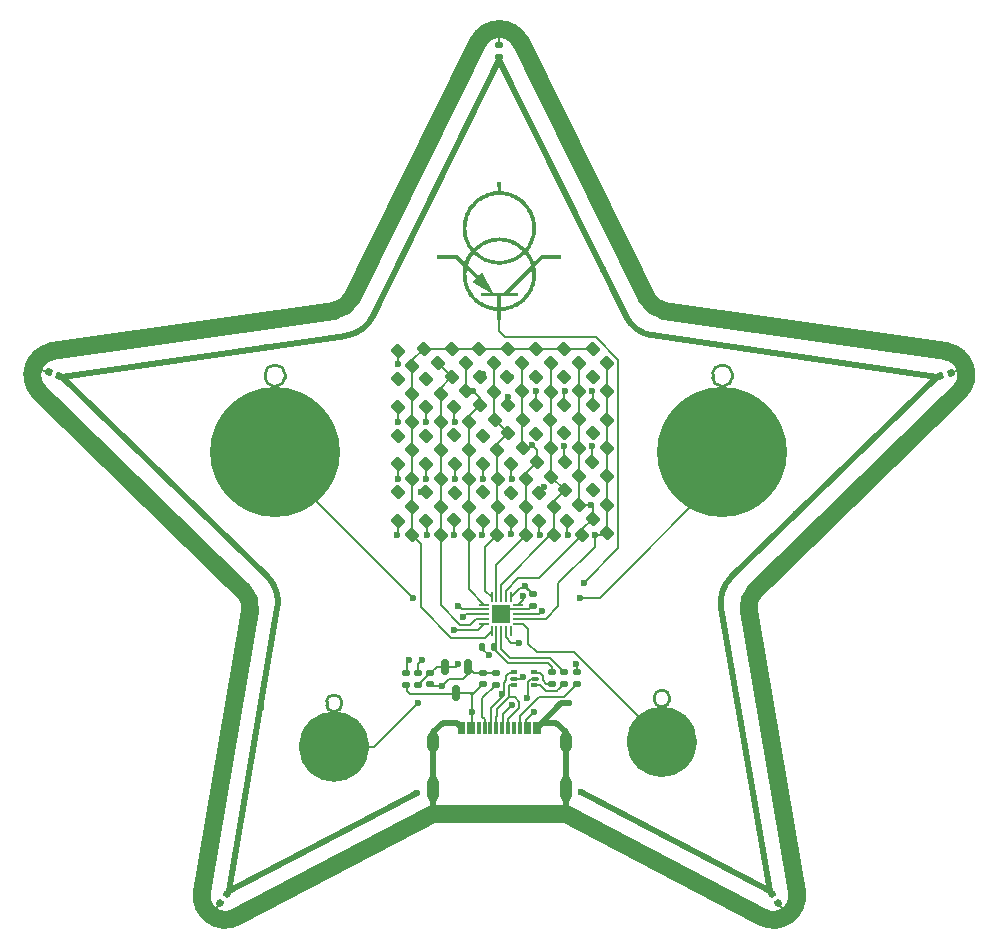
<source format=gbr>
%TF.GenerationSoftware,KiCad,Pcbnew,8.0.6*%
%TF.CreationDate,2024-11-25T17:42:41+01:00*%
%TF.ProjectId,star,73746172-2e6b-4696-9361-645f70636258,rev?*%
%TF.SameCoordinates,Original*%
%TF.FileFunction,Copper,L1,Top*%
%TF.FilePolarity,Positive*%
%FSLAX46Y46*%
G04 Gerber Fmt 4.6, Leading zero omitted, Abs format (unit mm)*
G04 Created by KiCad (PCBNEW 8.0.6) date 2024-11-25 17:42:41*
%MOMM*%
%LPD*%
G01*
G04 APERTURE LIST*
G04 Aperture macros list*
%AMRoundRect*
0 Rectangle with rounded corners*
0 $1 Rounding radius*
0 $2 $3 $4 $5 $6 $7 $8 $9 X,Y pos of 4 corners*
0 Add a 4 corners polygon primitive as box body*
4,1,4,$2,$3,$4,$5,$6,$7,$8,$9,$2,$3,0*
0 Add four circle primitives for the rounded corners*
1,1,$1+$1,$2,$3*
1,1,$1+$1,$4,$5*
1,1,$1+$1,$6,$7*
1,1,$1+$1,$8,$9*
0 Add four rect primitives between the rounded corners*
20,1,$1+$1,$2,$3,$4,$5,0*
20,1,$1+$1,$4,$5,$6,$7,0*
20,1,$1+$1,$6,$7,$8,$9,0*
20,1,$1+$1,$8,$9,$2,$3,0*%
G04 Aperture macros list end*
%TA.AperFunction,Conductor*%
%ADD10C,0.250000*%
%TD*%
%TA.AperFunction,Conductor*%
%ADD11C,0.500000*%
%TD*%
%TA.AperFunction,Conductor*%
%ADD12C,3.002104*%
%TD*%
%TA.AperFunction,Conductor*%
%ADD13C,1.500000*%
%TD*%
%TA.AperFunction,Conductor*%
%ADD14C,0.000000*%
%TD*%
%TA.AperFunction,SMDPad,CuDef*%
%ADD15RoundRect,0.237500X0.371231X-0.035355X-0.035355X0.371231X-0.371231X0.035355X0.035355X-0.371231X0*%
%TD*%
%TA.AperFunction,SMDPad,CuDef*%
%ADD16RoundRect,0.140000X0.185681X0.118417X-0.080615X0.204942X-0.185681X-0.118417X0.080615X-0.204942X0*%
%TD*%
%TA.AperFunction,SMDPad,CuDef*%
%ADD17RoundRect,0.135000X0.185000X-0.135000X0.185000X0.135000X-0.185000X0.135000X-0.185000X-0.135000X0*%
%TD*%
%TA.AperFunction,SMDPad,CuDef*%
%ADD18RoundRect,0.140000X-0.170000X0.140000X-0.170000X-0.140000X0.170000X-0.140000X0.170000X0.140000X0*%
%TD*%
%TA.AperFunction,SMDPad,CuDef*%
%ADD19R,0.300000X1.100000*%
%TD*%
%TA.AperFunction,ComponentPad*%
%ADD20O,1.000000X1.800000*%
%TD*%
%TA.AperFunction,ComponentPad*%
%ADD21O,1.000000X2.200000*%
%TD*%
%TA.AperFunction,SMDPad,CuDef*%
%ADD22O,11.010000X11.010000*%
%TD*%
%TA.AperFunction,SMDPad,CuDef*%
%ADD23RoundRect,0.140000X-0.055243X0.213186X-0.219823X-0.013339X0.055243X-0.213186X0.219823X0.013339X0*%
%TD*%
%TA.AperFunction,SMDPad,CuDef*%
%ADD24RoundRect,0.050000X0.375000X0.050000X-0.375000X0.050000X-0.375000X-0.050000X0.375000X-0.050000X0*%
%TD*%
%TA.AperFunction,SMDPad,CuDef*%
%ADD25RoundRect,0.050000X0.050000X0.375000X-0.050000X0.375000X-0.050000X-0.375000X0.050000X-0.375000X0*%
%TD*%
%TA.AperFunction,HeatsinkPad*%
%ADD26R,1.650000X1.650000*%
%TD*%
%TA.AperFunction,SMDPad,CuDef*%
%ADD27RoundRect,0.140000X0.170000X-0.140000X0.170000X0.140000X-0.170000X0.140000X-0.170000X-0.140000X0*%
%TD*%
%TA.AperFunction,SMDPad,CuDef*%
%ADD28RoundRect,0.093750X-0.156250X-0.093750X0.156250X-0.093750X0.156250X0.093750X-0.156250X0.093750X0*%
%TD*%
%TA.AperFunction,SMDPad,CuDef*%
%ADD29RoundRect,0.075000X-0.250000X-0.075000X0.250000X-0.075000X0.250000X0.075000X-0.250000X0.075000X0*%
%TD*%
%TA.AperFunction,SMDPad,CuDef*%
%ADD30RoundRect,0.135000X0.135000X0.185000X-0.135000X0.185000X-0.135000X-0.185000X0.135000X-0.185000X0*%
%TD*%
%TA.AperFunction,SMDPad,CuDef*%
%ADD31RoundRect,0.150000X-0.150000X0.512500X-0.150000X-0.512500X0.150000X-0.512500X0.150000X0.512500X0*%
%TD*%
%TA.AperFunction,SMDPad,CuDef*%
%ADD32RoundRect,0.140000X-0.219823X0.013339X-0.055243X-0.213186X0.219823X-0.013339X0.055243X0.213186X0*%
%TD*%
%TA.AperFunction,SMDPad,CuDef*%
%ADD33RoundRect,0.140000X-0.080615X-0.204942X0.185681X-0.118417X0.080615X0.204942X-0.185681X0.118417X0*%
%TD*%
%TA.AperFunction,ViaPad*%
%ADD34C,0.600000*%
%TD*%
%TA.AperFunction,Conductor*%
%ADD35C,0.200000*%
%TD*%
G04 APERTURE END LIST*
D10*
%TO.N,Net-(J4-Pin_1)*%
X103350000Y-95587681D02*
G75*
G02*
X104050000Y-94887700I700000J-19D01*
G01*
D11*
%TO.N,+5V*%
X136135921Y-92366617D02*
G75*
G02*
X133877620Y-90725578I431879J2968717D01*
G01*
D10*
%TO.N,SWIO*%
X108550000Y-123675000D02*
X108550000Y-123325000D01*
D11*
%TO.N,+5V*%
X112468843Y-90733253D02*
G75*
G02*
X110211697Y-92374185I-2690243J1327653D01*
G01*
D10*
%TO.N,Net-(J4-Pin_1)*%
X103350000Y-95937681D02*
X103350000Y-95587681D01*
%TO.N,SWIO*%
D12*
X110676052Y-127175000D02*
G75*
G02*
X107673948Y-127175000I-1501052J0D01*
G01*
X107673948Y-127175000D02*
G75*
G02*
X110676052Y-127175000I1501052J0D01*
G01*
D11*
%TO.N,+5V*%
X123175135Y-69039935D02*
X112468843Y-90733253D01*
D13*
%TO.N,GND*%
X117550000Y-132855000D02*
X100899622Y-141610463D01*
D10*
%TO.N,Net-(J3-Pin_1)*%
X142175000Y-94887681D02*
G75*
G02*
X142875019Y-95587681I0J-700019D01*
G01*
%TO.N,Net-(J4-Pin_1)*%
X105000000Y-95937681D02*
G75*
G02*
X104300000Y-96637700I-700000J-19D01*
G01*
D13*
%TO.N,GND*%
X100899622Y-141610463D02*
G75*
G02*
X97997609Y-139502198I-930822J1770163D01*
G01*
D10*
%TO.N,Net-(J3-Pin_1)*%
X142875000Y-95937681D02*
G75*
G02*
X142175000Y-96637700I-700000J-19D01*
G01*
X141225000Y-95587681D02*
G75*
G02*
X141925000Y-94887700I700000J-19D01*
G01*
D11*
%TO.N,+5V*%
X100270294Y-139426896D02*
X104384903Y-115417530D01*
D13*
%TO.N,GND*%
X161011162Y-93720518D02*
G75*
G02*
X162119525Y-97131840I-287662J-1979182D01*
G01*
D10*
%TO.N,Net-(J4-Pin_1)*%
X104300000Y-96637681D02*
X104050000Y-96637681D01*
%TO.N,RST*%
X137553553Y-122921447D02*
X137553553Y-123271447D01*
D12*
X138429605Y-126771447D02*
G75*
G02*
X135427501Y-126771447I-1501052J0D01*
G01*
X135427501Y-126771447D02*
G75*
G02*
X138429605Y-126771447I1501052J0D01*
G01*
D13*
%TO.N,GND*%
X161011162Y-93720518D02*
X137146810Y-90252824D01*
D10*
%TO.N,SWIO*%
X109300000Y-124175000D02*
X109050000Y-124175000D01*
D13*
%TO.N,GND*%
X102074012Y-115734704D02*
X97997569Y-139502191D01*
D10*
%TO.N,SWIO*%
X109800000Y-123325000D02*
X109800000Y-123675000D01*
D11*
%TO.N,+5V*%
X116212873Y-131069383D02*
X100274328Y-139433758D01*
D10*
%TO.N,RST*%
X136303553Y-122921447D02*
G75*
G02*
X136803553Y-122421353I500047J47D01*
G01*
D13*
%TO.N,GND*%
X148352607Y-139503215D02*
X144275988Y-115734704D01*
D11*
%TO.N,+5V*%
X141954806Y-115477076D02*
G75*
G02*
X142818105Y-112821148I2956794J507176D01*
G01*
D10*
%TO.N,SWIO*%
X109050000Y-124175000D02*
G75*
G02*
X108550000Y-123675000I0J500000D01*
G01*
D13*
%TO.N,GND*%
X162119588Y-97131904D02*
X144851181Y-113964441D01*
D11*
%TO.N,+5V*%
X146060403Y-139414546D02*
X141954806Y-115477076D01*
D10*
%TO.N,Net-(J3-Pin_1)*%
X142175000Y-96637681D02*
X141925000Y-96637681D01*
%TO.N,RST*%
X136803553Y-123771447D02*
G75*
G02*
X136303553Y-123271447I47J500047D01*
G01*
X136803553Y-122421447D02*
X137053553Y-122421447D01*
D11*
%TO.N,+5V*%
X86186186Y-95878975D02*
X103521108Y-112761620D01*
D10*
%TO.N,SWIO*%
X109050000Y-122825000D02*
X109300000Y-122825000D01*
D13*
%TO.N,GND*%
X109203190Y-90252824D02*
X85338838Y-93720518D01*
X148352607Y-139503215D02*
G75*
G02*
X145450924Y-141611660I-1971207J-338085D01*
G01*
D10*
%TO.N,RST*%
X137553553Y-123271447D02*
G75*
G02*
X137053553Y-123771353I-499953J47D01*
G01*
D13*
%TO.N,GND*%
X84230412Y-97131904D02*
G75*
G02*
X85338837Y-93720513I1396028J1432174D01*
G01*
X121381528Y-67533972D02*
G75*
G02*
X124968472Y-67533971I1793472J-885128D01*
G01*
X110709065Y-89158742D02*
G75*
G02*
X109203191Y-90252834I-1793565J885242D01*
G01*
D10*
%TO.N,SWIO*%
X109800000Y-123675000D02*
G75*
G02*
X109300000Y-124175000I-500000J0D01*
G01*
X108550000Y-123325000D02*
G75*
G02*
X109050000Y-122825000I500000J0D01*
G01*
%TO.N,RST*%
X136303553Y-123271447D02*
X136303553Y-122921447D01*
D11*
%TO.N,+5V*%
X160216652Y-95870128D02*
X136135921Y-92366617D01*
D10*
%TO.N,Net-(J4-Pin_1)*%
X104050000Y-94887681D02*
X104300000Y-94887681D01*
D13*
%TO.N,GND*%
X145450915Y-141611677D02*
X128790000Y-132855000D01*
D10*
%TO.N,Net-(J3-Pin_1)*%
X141225000Y-95937681D02*
X141225000Y-95587681D01*
%TO.N,Net-(J4-Pin_1)*%
X104300000Y-94887681D02*
G75*
G02*
X105000019Y-95587681I0J-700019D01*
G01*
D13*
%TO.N,GND*%
X135640935Y-89158742D02*
X124968472Y-67533971D01*
X84230412Y-97131904D02*
X101498819Y-113964441D01*
D11*
%TO.N,+5V*%
X86186186Y-95878975D02*
X110211690Y-92374136D01*
D10*
%TO.N,Net-(J4-Pin_1)*%
X104050000Y-96637681D02*
G75*
G02*
X103350019Y-95937681I0J699981D01*
G01*
D11*
%TO.N,+5V*%
X160216652Y-95870128D02*
X142818124Y-112821168D01*
D13*
%TO.N,GND*%
X101498819Y-113964441D02*
G75*
G02*
X102073973Y-115734697I-1396119J-1432159D01*
G01*
D10*
%TO.N,SWIO*%
X109300000Y-122825000D02*
G75*
G02*
X109800000Y-123325000I0J-500000D01*
G01*
D13*
%TO.N,GND*%
X117550000Y-132855000D02*
X128790000Y-132855000D01*
X121381528Y-67533972D02*
X110709065Y-89158742D01*
D10*
%TO.N,Net-(J3-Pin_1)*%
X141925000Y-96637681D02*
G75*
G02*
X141225019Y-95937681I0J699981D01*
G01*
%TO.N,Net-(J4-Pin_1)*%
X105000000Y-95587681D02*
X105000000Y-95937681D01*
D11*
%TO.N,+5V*%
X103521108Y-112761620D02*
G75*
G02*
X104384907Y-115417531I-2093108J-2149180D01*
G01*
D10*
%TO.N,Net-(J3-Pin_1)*%
X141925000Y-94887681D02*
X142175000Y-94887681D01*
D11*
%TO.N,+5V*%
X123175135Y-69039935D02*
X133877636Y-90725570D01*
D10*
%TO.N,RST*%
X137053553Y-123771447D02*
X136803553Y-123771447D01*
D13*
%TO.N,GND*%
X144275988Y-115734704D02*
G75*
G02*
X144851174Y-113964433I1971212J338104D01*
G01*
D10*
%TO.N,RST*%
X137053553Y-122421447D02*
G75*
G02*
X137553553Y-122921447I47J-499953D01*
G01*
%TO.N,Net-(J3-Pin_1)*%
X142875000Y-95587681D02*
X142875000Y-95937681D01*
D11*
%TO.N,+5V*%
X146060403Y-139414546D02*
X130117772Y-131057961D01*
D14*
%TA.AperFunction,Conductor*%
%TO.N,unconnected-(U1-PD0-Pad5)*%
G36*
X126281614Y-83383804D02*
G01*
X126273052Y-83516696D01*
X126258854Y-83648739D01*
X126239083Y-83779761D01*
X126213797Y-83909594D01*
X126183058Y-84038066D01*
X126146925Y-84165008D01*
X126105460Y-84290250D01*
X126058722Y-84413621D01*
X126006773Y-84534951D01*
X125949672Y-84654072D01*
X125887480Y-84770810D01*
X125820256Y-84884999D01*
X125748063Y-84996466D01*
X125670959Y-85105041D01*
X125589005Y-85210556D01*
X125585600Y-85214762D01*
X125589005Y-85218953D01*
X125630251Y-85270891D01*
X125670350Y-85323655D01*
X125709290Y-85377224D01*
X125747060Y-85431579D01*
X125783649Y-85486699D01*
X125819044Y-85542568D01*
X125853238Y-85599163D01*
X125886216Y-85656465D01*
X125917970Y-85714455D01*
X125948487Y-85773115D01*
X125977757Y-85832423D01*
X126005767Y-85892359D01*
X126032508Y-85952906D01*
X126057970Y-86014042D01*
X126082139Y-86075750D01*
X126105006Y-86138009D01*
X126106840Y-86143149D01*
X126707806Y-85542182D01*
X128412725Y-85542182D01*
X128412725Y-85869605D01*
X126843424Y-85869605D01*
X126309727Y-86403303D01*
X126210076Y-86502953D01*
X126211238Y-86508274D01*
X126228363Y-86591117D01*
X126243222Y-86674349D01*
X126255808Y-86757924D01*
X126266117Y-86841794D01*
X126274144Y-86925912D01*
X126279885Y-87010233D01*
X126283331Y-87094709D01*
X126284482Y-87179292D01*
X126280727Y-87333309D01*
X126269574Y-87485455D01*
X126251195Y-87635552D01*
X126225760Y-87783418D01*
X126193440Y-87928873D01*
X126154407Y-88071737D01*
X126108833Y-88211827D01*
X126056885Y-88348966D01*
X125998738Y-88482970D01*
X125934561Y-88613663D01*
X125864524Y-88740860D01*
X125788800Y-88864383D01*
X125707559Y-88984051D01*
X125620972Y-89099683D01*
X125529211Y-89211099D01*
X125432445Y-89318118D01*
X125330846Y-89420561D01*
X125224585Y-89518245D01*
X125113831Y-89610992D01*
X124998758Y-89698620D01*
X124879537Y-89780948D01*
X124756336Y-89857798D01*
X124629327Y-89928986D01*
X124498681Y-89994334D01*
X124364572Y-90053662D01*
X124227166Y-90106787D01*
X124086637Y-90153532D01*
X123943156Y-90193711D01*
X123796892Y-90227149D01*
X123648018Y-90253664D01*
X123496705Y-90273073D01*
X123343120Y-90285198D01*
X123337685Y-90285492D01*
X123337685Y-91026499D01*
X123010266Y-91026499D01*
X123010266Y-90285492D01*
X123004846Y-90285198D01*
X122851262Y-90273073D01*
X122699946Y-90253664D01*
X122551071Y-90227150D01*
X122404806Y-90193714D01*
X122261323Y-90153533D01*
X122120793Y-90106790D01*
X121983387Y-90053665D01*
X121849275Y-89994337D01*
X121718629Y-89928990D01*
X121591621Y-89857800D01*
X121468420Y-89780952D01*
X121349196Y-89698623D01*
X121234123Y-89610995D01*
X121123370Y-89518249D01*
X121017108Y-89420563D01*
X120915508Y-89318121D01*
X120818742Y-89211101D01*
X120726979Y-89099685D01*
X120640393Y-88984052D01*
X120559151Y-88864384D01*
X120483427Y-88740862D01*
X120413390Y-88613664D01*
X120349214Y-88482973D01*
X120291066Y-88348966D01*
X120239119Y-88211828D01*
X120193543Y-88071737D01*
X120154511Y-87928873D01*
X120122192Y-87783418D01*
X120096757Y-87635552D01*
X120078377Y-87485455D01*
X120067225Y-87333309D01*
X120063469Y-87179292D01*
X120390891Y-87179292D01*
X120394222Y-87316482D01*
X120404115Y-87452023D01*
X120420420Y-87585752D01*
X120442987Y-87717512D01*
X120471664Y-87847142D01*
X120506299Y-87974481D01*
X120546745Y-88099371D01*
X120592850Y-88221649D01*
X120644462Y-88341157D01*
X120701433Y-88457735D01*
X120763609Y-88571223D01*
X120830842Y-88681461D01*
X120902981Y-88788289D01*
X120979875Y-88891547D01*
X121061374Y-88991074D01*
X121147327Y-89086711D01*
X121237584Y-89178297D01*
X121331992Y-89265673D01*
X121430403Y-89348679D01*
X121532667Y-89427155D01*
X121638631Y-89500941D01*
X121748144Y-89569877D01*
X121861059Y-89633803D01*
X121977223Y-89692557D01*
X122096485Y-89745982D01*
X122218695Y-89793916D01*
X122343703Y-89836201D01*
X122471358Y-89872675D01*
X122601510Y-89903179D01*
X122734006Y-89927553D01*
X122868699Y-89945636D01*
X123005436Y-89957271D01*
X123010266Y-89957563D01*
X123010266Y-89061968D01*
X123337685Y-89061968D01*
X123337685Y-89957563D01*
X123342532Y-89957267D01*
X123479269Y-89945634D01*
X123613960Y-89927551D01*
X123746456Y-89903176D01*
X123876608Y-89872672D01*
X124004262Y-89836198D01*
X124129270Y-89793913D01*
X124251481Y-89745978D01*
X124370743Y-89692554D01*
X124486905Y-89633798D01*
X124599819Y-89569874D01*
X124709333Y-89500938D01*
X124815296Y-89427152D01*
X124917557Y-89348676D01*
X125015969Y-89265670D01*
X125110376Y-89178294D01*
X125200631Y-89086708D01*
X125286584Y-88991071D01*
X125368082Y-88891543D01*
X125444975Y-88788286D01*
X125517113Y-88681460D01*
X125584346Y-88571222D01*
X125646523Y-88457734D01*
X125703492Y-88341156D01*
X125755104Y-88221648D01*
X125801208Y-88099370D01*
X125841653Y-87974480D01*
X125876288Y-87847142D01*
X125904965Y-87717512D01*
X125927531Y-87585752D01*
X125943836Y-87452023D01*
X125953730Y-87316482D01*
X125957060Y-87179292D01*
X125956630Y-87130329D01*
X125955339Y-87081393D01*
X125953188Y-87032495D01*
X125950179Y-86983647D01*
X125946309Y-86934859D01*
X125941582Y-86886143D01*
X125935999Y-86837510D01*
X125929557Y-86788973D01*
X125928868Y-86784160D01*
X123978483Y-88734546D01*
X124712857Y-88734546D01*
X124712857Y-89061968D01*
X123337685Y-89061968D01*
X123010266Y-89061968D01*
X121635093Y-89061968D01*
X121635093Y-88734546D01*
X122456808Y-88734546D01*
X120840833Y-87875326D01*
X121175541Y-87540619D01*
X120419082Y-86784159D01*
X120418394Y-86788973D01*
X120411952Y-86837510D01*
X120406368Y-86886143D01*
X120401641Y-86934859D01*
X120397772Y-86983647D01*
X120394762Y-87032495D01*
X120392612Y-87081393D01*
X120391321Y-87130329D01*
X120390891Y-87179292D01*
X120063469Y-87179292D01*
X120064619Y-87094703D01*
X120068067Y-87010226D01*
X120073806Y-86925905D01*
X120081833Y-86841787D01*
X120092142Y-86757919D01*
X120104729Y-86674346D01*
X120119588Y-86591116D01*
X120136714Y-86508274D01*
X120137875Y-86502953D01*
X120038225Y-86403303D01*
X120501264Y-86403303D01*
X121407060Y-87309099D01*
X121741768Y-86974392D01*
X122677654Y-88734546D01*
X123515443Y-88734546D01*
X125846686Y-86403303D01*
X125845328Y-86398637D01*
X125826003Y-86335312D01*
X125805200Y-86272527D01*
X125782928Y-86210308D01*
X125759202Y-86148678D01*
X125734035Y-86087662D01*
X125707441Y-86027285D01*
X125679429Y-85967573D01*
X125650014Y-85908549D01*
X125619210Y-85850239D01*
X125587027Y-85792667D01*
X125553480Y-85735858D01*
X125518582Y-85679837D01*
X125482342Y-85624628D01*
X125444778Y-85570256D01*
X125405900Y-85516748D01*
X125365720Y-85464125D01*
X125362757Y-85460327D01*
X125358877Y-85464158D01*
X125247396Y-85568898D01*
X125131410Y-85667621D01*
X125011168Y-85760225D01*
X124886920Y-85846607D01*
X124758913Y-85926665D01*
X124627396Y-86000298D01*
X124492618Y-86067402D01*
X124354830Y-86127877D01*
X124214278Y-86181620D01*
X124071213Y-86228528D01*
X123925883Y-86268500D01*
X123778538Y-86301433D01*
X123629425Y-86327226D01*
X123478793Y-86345775D01*
X123326894Y-86356980D01*
X123173975Y-86360737D01*
X123021057Y-86356980D01*
X122869157Y-86345775D01*
X122718527Y-86327226D01*
X122569415Y-86301433D01*
X122422070Y-86268500D01*
X122276742Y-86228528D01*
X122133678Y-86181620D01*
X121993127Y-86127877D01*
X121855338Y-86067402D01*
X121720562Y-86000298D01*
X121589045Y-85926665D01*
X121461038Y-85846607D01*
X121336788Y-85760225D01*
X121216544Y-85667622D01*
X121100558Y-85568899D01*
X120989074Y-85464159D01*
X120985194Y-85460328D01*
X120982198Y-85464159D01*
X120942022Y-85516778D01*
X120903146Y-85570284D01*
X120865585Y-85624653D01*
X120829349Y-85679860D01*
X120794453Y-85735879D01*
X120760909Y-85792687D01*
X120728728Y-85850257D01*
X120697926Y-85908566D01*
X120668513Y-85967588D01*
X120640504Y-86027299D01*
X120613910Y-86087674D01*
X120588744Y-86148688D01*
X120565021Y-86210317D01*
X120542750Y-86272534D01*
X120521947Y-86335316D01*
X120502622Y-86398638D01*
X120501264Y-86403303D01*
X120038225Y-86403303D01*
X119504526Y-85869605D01*
X117935227Y-85869605D01*
X117935227Y-85542182D01*
X119640144Y-85542182D01*
X120229029Y-86131067D01*
X120230863Y-86125975D01*
X120253992Y-86063802D01*
X120278422Y-86002186D01*
X120304140Y-85941145D01*
X120331138Y-85880700D01*
X120359402Y-85820870D01*
X120388923Y-85761675D01*
X120419688Y-85703133D01*
X120451687Y-85645265D01*
X120484908Y-85588091D01*
X120519341Y-85531629D01*
X120554974Y-85475898D01*
X120591797Y-85420920D01*
X120629798Y-85366713D01*
X120668966Y-85313297D01*
X120709290Y-85260692D01*
X120746078Y-85214762D01*
X121202635Y-85214762D01*
X121206073Y-85218216D01*
X121306075Y-85313375D01*
X121410208Y-85403079D01*
X121518241Y-85487236D01*
X121629949Y-85565748D01*
X121745103Y-85638523D01*
X121863474Y-85705466D01*
X121984835Y-85766482D01*
X122108957Y-85821476D01*
X122235613Y-85870354D01*
X122364573Y-85913022D01*
X122495611Y-85949384D01*
X122628499Y-85979348D01*
X122763007Y-86002817D01*
X122898907Y-86019698D01*
X123035973Y-86029896D01*
X123173975Y-86033316D01*
X123311977Y-86029896D01*
X123449043Y-86019698D01*
X123584944Y-86002817D01*
X123719452Y-85979347D01*
X123852339Y-85949384D01*
X123983377Y-85913021D01*
X124112338Y-85870353D01*
X124238993Y-85821473D01*
X124363116Y-85766479D01*
X124484477Y-85705462D01*
X124602848Y-85638518D01*
X124718002Y-85565742D01*
X124829710Y-85487227D01*
X124937743Y-85403069D01*
X125041876Y-85313361D01*
X125141878Y-85218199D01*
X125145315Y-85214762D01*
X125141878Y-85211307D01*
X125041876Y-85116149D01*
X124937743Y-85026444D01*
X124829710Y-84942288D01*
X124718002Y-84863774D01*
X124602848Y-84791000D01*
X124484477Y-84724058D01*
X124363116Y-84663042D01*
X124238993Y-84608048D01*
X124112338Y-84559170D01*
X123983378Y-84516502D01*
X123852339Y-84480140D01*
X123719452Y-84450176D01*
X123584944Y-84426707D01*
X123449043Y-84409826D01*
X123311977Y-84399628D01*
X123173975Y-84396207D01*
X123035973Y-84399628D01*
X122898907Y-84409826D01*
X122763006Y-84426707D01*
X122628495Y-84450177D01*
X122495608Y-84480140D01*
X122364568Y-84516502D01*
X122235606Y-84559171D01*
X122108949Y-84608050D01*
X121984826Y-84663045D01*
X121863463Y-84724061D01*
X121745091Y-84791005D01*
X121629935Y-84863781D01*
X121518227Y-84942297D01*
X121410191Y-85026455D01*
X121306059Y-85116162D01*
X121206057Y-85211325D01*
X121202635Y-85214762D01*
X120746078Y-85214762D01*
X120750759Y-85208918D01*
X120754213Y-85204711D01*
X120750792Y-85200470D01*
X120669772Y-85095285D01*
X120593551Y-84987092D01*
X120522190Y-84876059D01*
X120455747Y-84762352D01*
X120394280Y-84646139D01*
X120337849Y-84527589D01*
X120286512Y-84406866D01*
X120240329Y-84284139D01*
X120199359Y-84159575D01*
X120163660Y-84033342D01*
X120133292Y-83905605D01*
X120108313Y-83776532D01*
X120088782Y-83646292D01*
X120074758Y-83515050D01*
X120066302Y-83382974D01*
X120063469Y-83250232D01*
X120390891Y-83250232D01*
X120393322Y-83366568D01*
X120400584Y-83482345D01*
X120412628Y-83597419D01*
X120429404Y-83711651D01*
X120450865Y-83824898D01*
X120476962Y-83937021D01*
X120507647Y-84047879D01*
X120542869Y-84157329D01*
X120582582Y-84265231D01*
X120626735Y-84371445D01*
X120675281Y-84475830D01*
X120728172Y-84578242D01*
X120785357Y-84678543D01*
X120846789Y-84776592D01*
X120912418Y-84872246D01*
X120982198Y-84965365D01*
X120985194Y-84969196D01*
X120989058Y-84965381D01*
X121100538Y-84860642D01*
X121216524Y-84761919D01*
X121336766Y-84669314D01*
X121461017Y-84582931D01*
X121589025Y-84502871D01*
X121720543Y-84429237D01*
X121855322Y-84362130D01*
X121993113Y-84301655D01*
X122133666Y-84247911D01*
X122276732Y-84201001D01*
X122422064Y-84161027D01*
X122569411Y-84128093D01*
X122718525Y-84102299D01*
X122869156Y-84083749D01*
X123021056Y-84072543D01*
X123173975Y-84068786D01*
X123326894Y-84072543D01*
X123478793Y-84083749D01*
X123629424Y-84102298D01*
X123778536Y-84128091D01*
X123925880Y-84161024D01*
X124071208Y-84200996D01*
X124214273Y-84247904D01*
X124354823Y-84301646D01*
X124492612Y-84362121D01*
X124627388Y-84429226D01*
X124758905Y-84502859D01*
X124886913Y-84582917D01*
X125011163Y-84669299D01*
X125131406Y-84761902D01*
X125247394Y-84860625D01*
X125358877Y-84965365D01*
X125362757Y-84969196D01*
X125365737Y-84965381D01*
X125435518Y-84872265D01*
X125501151Y-84776613D01*
X125562584Y-84678565D01*
X125619772Y-84578265D01*
X125672663Y-84475853D01*
X125721212Y-84371468D01*
X125765366Y-84265253D01*
X125805079Y-84157350D01*
X125840303Y-84047898D01*
X125870988Y-83937039D01*
X125897085Y-83824914D01*
X125918546Y-83711662D01*
X125935323Y-83597428D01*
X125947367Y-83482350D01*
X125954628Y-83366571D01*
X125957060Y-83250232D01*
X125953439Y-83107015D01*
X125942691Y-82965678D01*
X125924993Y-82826396D01*
X125900517Y-82689345D01*
X125869441Y-82554697D01*
X125831938Y-82422629D01*
X125788183Y-82293315D01*
X125738351Y-82166932D01*
X125682616Y-82043652D01*
X125621156Y-81923650D01*
X125554142Y-81807103D01*
X125481751Y-81694185D01*
X125404157Y-81585069D01*
X125321536Y-81479934D01*
X125234062Y-81378950D01*
X125141911Y-81282295D01*
X125045256Y-81190144D01*
X124944273Y-81102669D01*
X124839136Y-81020049D01*
X124730021Y-80942455D01*
X124617102Y-80870064D01*
X124500556Y-80803051D01*
X124380555Y-80741589D01*
X124257274Y-80685856D01*
X124130890Y-80636023D01*
X124001576Y-80592268D01*
X123869509Y-80554765D01*
X123734861Y-80523688D01*
X123597810Y-80499213D01*
X123458528Y-80481515D01*
X123317191Y-80470767D01*
X123173975Y-80467146D01*
X123030759Y-80470767D01*
X122889423Y-80481515D01*
X122750141Y-80499213D01*
X122613090Y-80523688D01*
X122478442Y-80554765D01*
X122346374Y-80592268D01*
X122217060Y-80636023D01*
X122090677Y-80685856D01*
X121967396Y-80741589D01*
X121847395Y-80803051D01*
X121730848Y-80870064D01*
X121617930Y-80942455D01*
X121508814Y-81020049D01*
X121403677Y-81102669D01*
X121302695Y-81190144D01*
X121206040Y-81282295D01*
X121113888Y-81378950D01*
X121026414Y-81479934D01*
X120943793Y-81585069D01*
X120866200Y-81694185D01*
X120793809Y-81807103D01*
X120726794Y-81923650D01*
X120665334Y-82043652D01*
X120609600Y-82166932D01*
X120559768Y-82293315D01*
X120516014Y-82422629D01*
X120478509Y-82554697D01*
X120447433Y-82689345D01*
X120422958Y-82826396D01*
X120405259Y-82965678D01*
X120394512Y-83107015D01*
X120390891Y-83250232D01*
X120063469Y-83250232D01*
X120067244Y-83095803D01*
X120078454Y-82943260D01*
X120096928Y-82792782D01*
X120122492Y-82644553D01*
X120154974Y-82498754D01*
X120194200Y-82355564D01*
X120240000Y-82215168D01*
X120292200Y-82077745D01*
X120350626Y-81943478D01*
X120415108Y-81812547D01*
X120485473Y-81685134D01*
X120561548Y-81561423D01*
X120643159Y-81441592D01*
X120730136Y-81325825D01*
X120822306Y-81214301D01*
X120919495Y-81107204D01*
X121021531Y-81004715D01*
X121128242Y-80907015D01*
X121239455Y-80814285D01*
X121354997Y-80726707D01*
X121474697Y-80644464D01*
X121598381Y-80567734D01*
X121725876Y-80496703D01*
X121857011Y-80431549D01*
X121991613Y-80372455D01*
X122129509Y-80319602D01*
X122270528Y-80273173D01*
X122414495Y-80233346D01*
X122561238Y-80200307D01*
X122710586Y-80174235D01*
X122862366Y-80155311D01*
X123016404Y-80143718D01*
X123021823Y-80143440D01*
X123010511Y-79403025D01*
X123337685Y-79403025D01*
X123337685Y-80144029D01*
X123343104Y-80144325D01*
X123496689Y-80156450D01*
X123648004Y-80175859D01*
X123796880Y-80202374D01*
X123943145Y-80235812D01*
X124086627Y-80275992D01*
X124227157Y-80322736D01*
X124364563Y-80375861D01*
X124498675Y-80435189D01*
X124629321Y-80500538D01*
X124756329Y-80571726D01*
X124879531Y-80648576D01*
X124998754Y-80730904D01*
X125113828Y-80818532D01*
X125224581Y-80911279D01*
X125330842Y-81008963D01*
X125432443Y-81111406D01*
X125529209Y-81218425D01*
X125620971Y-81329841D01*
X125707558Y-81445473D01*
X125788800Y-81565141D01*
X125864524Y-81688663D01*
X125934560Y-81815861D01*
X125998738Y-81946554D01*
X126056885Y-82080558D01*
X126108833Y-82217697D01*
X126154407Y-82357787D01*
X126193440Y-82500651D01*
X126225760Y-82646105D01*
X126251195Y-82793972D01*
X126269574Y-82944069D01*
X126280727Y-83096215D01*
X126284482Y-83250232D01*
X126281614Y-83383804D01*
G37*
%TD.AperFunction*%
D13*
%TO.N,GND*%
X137146810Y-90252824D02*
G75*
G02*
X135640975Y-89158723I287590J1979124D01*
G01*
%TD*%
D15*
%TO.P,D22,1,K*%
%TO.N,LED3*%
X120378718Y-94723718D03*
%TO.P,D22,2,A*%
%TO.N,LED1*%
X119141282Y-93486282D03*
%TD*%
D16*
%TO.P,C8,1*%
%TO.N,+5V*%
X85926507Y-95788328D03*
%TO.P,C8,2*%
%TO.N,GND*%
X85013493Y-95491672D03*
%TD*%
D15*
%TO.P,D42,1,K*%
%TO.N,LED7*%
X129903718Y-99478718D03*
%TO.P,D42,2,A*%
%TO.N,LED3*%
X128666282Y-98241282D03*
%TD*%
%TO.P,D36,1,K*%
%TO.N,LED8*%
X132313718Y-94728718D03*
%TO.P,D36,2,A*%
%TO.N,LED1*%
X131076282Y-93491282D03*
%TD*%
%TO.P,D75,1,K*%
%TO.N,LED5*%
X125413718Y-106898718D03*
%TO.P,D75,2,A*%
%TO.N,LED7*%
X124176282Y-105661282D03*
%TD*%
%TO.P,D72,1,K*%
%TO.N,LED6*%
X127788718Y-106903718D03*
%TO.P,D72,2,A*%
%TO.N,LED7*%
X126551282Y-105666282D03*
%TD*%
%TO.P,D48,1,K*%
%TO.N,LED5*%
X125178718Y-101893718D03*
%TO.P,D48,2,A*%
%TO.N,LED4*%
X123941282Y-100656282D03*
%TD*%
%TO.P,D69,1,K*%
%TO.N,LED7*%
X129943718Y-106708718D03*
%TO.P,D69,2,A*%
%TO.N,LED6*%
X128706282Y-105471282D03*
%TD*%
D17*
%TO.P,R15,1*%
%TO.N,Net-(J2-CC1)*%
X122850000Y-121960000D03*
%TO.P,R15,2*%
%TO.N,GND*%
X122850000Y-120940000D03*
%TD*%
D15*
%TO.P,D60,1,K*%
%TO.N,LED2*%
X118198718Y-109273718D03*
%TO.P,D60,2,A*%
%TO.N,LED8*%
X116961282Y-108036282D03*
%TD*%
%TO.P,D63,1,K*%
%TO.N,LED1*%
X115818718Y-106893718D03*
%TO.P,D63,2,A*%
%TO.N,LED7*%
X114581282Y-105656282D03*
%TD*%
%TO.P,D24,1,K*%
%TO.N,LED4*%
X122708718Y-94723718D03*
%TO.P,D24,2,A*%
%TO.N,LED1*%
X121471282Y-93486282D03*
%TD*%
%TO.P,D58,1,K*%
%TO.N,LED2*%
X118223718Y-104493718D03*
%TO.P,D58,2,A*%
%TO.N,LED6*%
X116986282Y-103256282D03*
%TD*%
%TO.P,D49,1,K*%
%TO.N,LED4*%
X123003718Y-102083718D03*
%TO.P,D49,2,A*%
%TO.N,LED5*%
X121766282Y-100846282D03*
%TD*%
%TO.P,D25,1,K*%
%TO.N,LED3*%
X120363718Y-97098718D03*
%TO.P,D25,2,A*%
%TO.N,LED2*%
X119126282Y-95861282D03*
%TD*%
%TO.P,D56,1,K*%
%TO.N,LED3*%
X120573718Y-109263718D03*
%TO.P,D56,2,A*%
%TO.N,LED8*%
X119336282Y-108026282D03*
%TD*%
D18*
%TO.P,C3,1*%
%TO.N,+3V3*%
X117305000Y-120950000D03*
%TO.P,C3,2*%
%TO.N,GND*%
X117305000Y-121910000D03*
%TD*%
D15*
%TO.P,D61,1,K*%
%TO.N,LED1*%
X115818718Y-102088718D03*
%TO.P,D61,2,A*%
%TO.N,LED5*%
X114581282Y-100851282D03*
%TD*%
D19*
%TO.P,J2,A1,GND*%
%TO.N,GND*%
X119820000Y-125605000D03*
%TO.P,J2,A4,VBUS*%
%TO.N,+5V*%
X120620000Y-125605000D03*
%TO.P,J2,A5,CC1*%
%TO.N,Net-(J2-CC1)*%
X121920000Y-125605000D03*
%TO.P,J2,A6,D+*%
%TO.N,/USB_D+*%
X122920000Y-125605000D03*
%TO.P,J2,A7,D-*%
%TO.N,/USB_D-*%
X123420000Y-125605000D03*
%TO.P,J2,A8,SBU1*%
%TO.N,unconnected-(J2-SBU1-PadA8)*%
X124420000Y-125605000D03*
%TO.P,J2,A9,VBUS*%
%TO.N,+5V*%
X125720000Y-125605000D03*
%TO.P,J2,A12,GND*%
%TO.N,GND*%
X126520000Y-125605000D03*
%TO.P,J2,B1,GND*%
X126220000Y-125605000D03*
%TO.P,J2,B4,VBUS*%
%TO.N,+5V*%
X125420000Y-125605000D03*
%TO.P,J2,B5,CC2*%
%TO.N,Net-(J2-CC2)*%
X124920000Y-125605000D03*
%TO.P,J2,B6,D+*%
%TO.N,/USB_D+*%
X123920000Y-125605000D03*
%TO.P,J2,B7,D-*%
%TO.N,/USB_D-*%
X122420000Y-125605000D03*
%TO.P,J2,B8,SBU2*%
%TO.N,unconnected-(J2-SBU2-PadB8)*%
X121420000Y-125605000D03*
%TO.P,J2,B9,VBUS*%
%TO.N,+5V*%
X120920000Y-125605000D03*
%TO.P,J2,B12,GND*%
%TO.N,GND*%
X120120000Y-125605000D03*
D20*
%TO.P,J2,S1,SHIELD*%
X117550000Y-126755000D03*
D21*
X117550000Y-130755000D03*
D20*
X128790000Y-126755000D03*
D21*
X128790000Y-130755000D03*
%TD*%
D15*
%TO.P,D46,1,K*%
%TO.N,LED7*%
X129903718Y-101888718D03*
%TO.P,D46,2,A*%
%TO.N,LED4*%
X128666282Y-100651282D03*
%TD*%
%TO.P,D40,1,K*%
%TO.N,LED5*%
X125083718Y-97098718D03*
%TO.P,D40,2,A*%
%TO.N,LED2*%
X123846282Y-95861282D03*
%TD*%
D22*
%TO.P,J4,1,Pin_1*%
%TO.N,Net-(J4-Pin_1)*%
X104175000Y-102259700D03*
%TD*%
D15*
%TO.P,D54,1,K*%
%TO.N,LED3*%
X120623718Y-104483718D03*
%TO.P,D54,2,A*%
%TO.N,LED6*%
X119386282Y-103246282D03*
%TD*%
%TO.P,D57,1,K*%
%TO.N,LED2*%
X118223718Y-102078718D03*
%TO.P,D57,2,A*%
%TO.N,LED5*%
X116986282Y-100841282D03*
%TD*%
%TO.P,D76,1,K*%
%TO.N,LED5*%
X125413718Y-109288718D03*
%TO.P,D76,2,A*%
%TO.N,LED8*%
X124176282Y-108051282D03*
%TD*%
D23*
%TO.P,C5,1*%
%TO.N,+5V*%
X100092137Y-139636672D03*
%TO.P,C5,2*%
%TO.N,GND*%
X99527863Y-140413328D03*
%TD*%
D15*
%TO.P,D66,1,K*%
%TO.N,LED8*%
X132318718Y-106688718D03*
%TO.P,D66,2,A*%
%TO.N,LED6*%
X131081282Y-105451282D03*
%TD*%
%TO.P,D43,1,K*%
%TO.N,LED6*%
X127503718Y-99493718D03*
%TO.P,D43,2,A*%
%TO.N,LED3*%
X126266282Y-98256282D03*
%TD*%
%TO.P,D67,1,K*%
%TO.N,LED8*%
X132318718Y-109103718D03*
%TO.P,D67,2,A*%
%TO.N,LED7*%
X131081282Y-107866282D03*
%TD*%
%TO.P,D74,1,K*%
%TO.N,LED5*%
X125413718Y-104508718D03*
%TO.P,D74,2,A*%
%TO.N,LED6*%
X124176282Y-103271282D03*
%TD*%
%TO.P,D27,1,K*%
%TO.N,LED4*%
X122778718Y-99498718D03*
%TO.P,D27,2,A*%
%TO.N,LED3*%
X121541282Y-98261282D03*
%TD*%
%TO.P,D30,1,K*%
%TO.N,LED3*%
X120613718Y-99698718D03*
%TO.P,D30,2,A*%
%TO.N,LED4*%
X119376282Y-98461282D03*
%TD*%
%TO.P,D41,1,K*%
%TO.N,LED8*%
X132303718Y-99488718D03*
%TO.P,D41,2,A*%
%TO.N,LED3*%
X131066282Y-98251282D03*
%TD*%
%TO.P,D34,1,K*%
%TO.N,LED6*%
X127508718Y-94728718D03*
%TO.P,D34,2,A*%
%TO.N,LED1*%
X126271282Y-93491282D03*
%TD*%
%TO.P,D44,1,K*%
%TO.N,LED5*%
X125153718Y-99508718D03*
%TO.P,D44,2,A*%
%TO.N,LED3*%
X123916282Y-98271282D03*
%TD*%
%TO.P,D64,1,K*%
%TO.N,LED1*%
X115818718Y-109283718D03*
%TO.P,D64,2,A*%
%TO.N,LED8*%
X114581282Y-108046282D03*
%TD*%
%TO.P,D33,1,K*%
%TO.N,LED7*%
X129918718Y-94728718D03*
%TO.P,D33,2,A*%
%TO.N,LED1*%
X128681282Y-93491282D03*
%TD*%
D17*
%TO.P,R1,1*%
%TO.N,+3V3*%
X116300000Y-121955000D03*
%TO.P,R1,2*%
%TO.N,SWIO*%
X116300000Y-120935000D03*
%TD*%
D24*
%TO.P,U1,1,NRST*%
%TO.N,RST*%
X124775000Y-116760000D03*
%TO.P,U1,2,PA1*%
%TO.N,LED8*%
X124775000Y-116360000D03*
%TO.P,U1,3,PA2*%
%TO.N,Net-(J3-Pin_1)*%
X124775000Y-115960000D03*
%TO.P,U1,4,VSS*%
%TO.N,GND*%
X124775000Y-115560000D03*
%TO.P,U1,5,PD0*%
%TO.N,unconnected-(U1-PD0-Pad5)*%
X124775000Y-115160000D03*
D25*
%TO.P,U1,6,VDD*%
%TO.N,+3V3*%
X124125000Y-114510000D03*
%TO.P,U1,7,PC0*%
%TO.N,LED7*%
X123725000Y-114510000D03*
%TO.P,U1,8,PC1*%
%TO.N,LED6*%
X123325000Y-114510000D03*
%TO.P,U1,9,PC2*%
%TO.N,LED5*%
X122925000Y-114510000D03*
%TO.P,U1,10,PC3*%
%TO.N,LED4*%
X122525000Y-114510000D03*
D24*
%TO.P,U1,11,PC4*%
%TO.N,LED3*%
X121875000Y-115160000D03*
%TO.P,U1,12,PC5*%
%TO.N,Net-(J4-Pin_1)*%
X121875000Y-115560000D03*
%TO.P,U1,13,PC6*%
%TO.N,DIN*%
X121875000Y-115960000D03*
%TO.P,U1,14,PC7*%
%TO.N,LED2*%
X121875000Y-116360000D03*
%TO.P,U1,15,SWIO*%
%TO.N,SWIO*%
X121875000Y-116760000D03*
D25*
%TO.P,U1,16,PD2*%
%TO.N,LED1*%
X122525000Y-117410000D03*
%TO.P,U1,17,PD3*%
%TO.N,USB_DN*%
X122925000Y-117410000D03*
%TO.P,U1,18,PD4*%
%TO.N,USB_DP*%
X123325000Y-117410000D03*
%TO.P,U1,19,PD5*%
%TO.N,Net-(U1-PD5)*%
X123725000Y-117410000D03*
%TO.P,U1,20,UTX_2*%
%TO.N,TX*%
X124125000Y-117410000D03*
D26*
%TO.P,U1,21,VSS*%
%TO.N,GND*%
X123325000Y-115960000D03*
%TD*%
D15*
%TO.P,D55,1,K*%
%TO.N,LED3*%
X120623718Y-106898718D03*
%TO.P,D55,2,A*%
%TO.N,LED7*%
X119386282Y-105661282D03*
%TD*%
%TO.P,D52,1,K*%
%TO.N,LED4*%
X122998718Y-109278718D03*
%TO.P,D52,2,A*%
%TO.N,LED8*%
X121761282Y-108041282D03*
%TD*%
%TO.P,D47,1,K*%
%TO.N,LED6*%
X127553718Y-101903718D03*
%TO.P,D47,2,A*%
%TO.N,LED4*%
X126316282Y-100666282D03*
%TD*%
%TO.P,D28,1,K*%
%TO.N,LED2*%
X118213718Y-97293718D03*
%TO.P,D28,2,A*%
%TO.N,LED3*%
X116976282Y-96056282D03*
%TD*%
%TO.P,D38,1,K*%
%TO.N,LED7*%
X129883718Y-97093718D03*
%TO.P,D38,2,A*%
%TO.N,LED2*%
X128646282Y-95856282D03*
%TD*%
%TO.P,D23,1,K*%
%TO.N,LED4*%
X122743718Y-97113718D03*
%TO.P,D23,2,A*%
%TO.N,LED2*%
X121506282Y-95876282D03*
%TD*%
%TO.P,D31,1,K*%
%TO.N,LED2*%
X118208718Y-99688718D03*
%TO.P,D31,2,A*%
%TO.N,LED4*%
X116971282Y-98451282D03*
%TD*%
%TO.P,D21,1,K*%
%TO.N,LED2*%
X118013718Y-94723718D03*
%TO.P,D21,2,A*%
%TO.N,LED1*%
X116776282Y-93486282D03*
%TD*%
%TO.P,D29,1,K*%
%TO.N,LED1*%
X115813718Y-97283718D03*
%TO.P,D29,2,A*%
%TO.N,LED3*%
X114576282Y-96046282D03*
%TD*%
%TO.P,D68,1,K*%
%TO.N,LED7*%
X129943718Y-104293718D03*
%TO.P,D68,2,A*%
%TO.N,LED5*%
X128706282Y-103056282D03*
%TD*%
%TO.P,D50,1,K*%
%TO.N,LED4*%
X123028718Y-104498718D03*
%TO.P,D50,2,A*%
%TO.N,LED6*%
X121791282Y-103261282D03*
%TD*%
D18*
%TO.P,C4,1*%
%TO.N,+3V3*%
X125995000Y-114270000D03*
%TO.P,C4,2*%
%TO.N,GND*%
X125995000Y-115230000D03*
%TD*%
D22*
%TO.P,J3,1,Pin_1*%
%TO.N,Net-(J3-Pin_1)*%
X142050000Y-102259700D03*
%TD*%
D15*
%TO.P,D73,1,K*%
%TO.N,LED6*%
X127788718Y-109293718D03*
%TO.P,D73,2,A*%
%TO.N,LED8*%
X126551282Y-108056282D03*
%TD*%
%TO.P,D53,1,K*%
%TO.N,LED3*%
X120598718Y-102068718D03*
%TO.P,D53,2,A*%
%TO.N,LED5*%
X119361282Y-100831282D03*
%TD*%
D27*
%TO.P,C1,1*%
%TO.N,+5V*%
X123170000Y-68765000D03*
%TO.P,C1,2*%
%TO.N,GND*%
X123170000Y-67805000D03*
%TD*%
D15*
%TO.P,D39,1,K*%
%TO.N,LED6*%
X127508718Y-97108718D03*
%TO.P,D39,2,A*%
%TO.N,LED2*%
X126271282Y-95871282D03*
%TD*%
%TO.P,D62,1,K*%
%TO.N,LED1*%
X115818718Y-104503718D03*
%TO.P,D62,2,A*%
%TO.N,LED6*%
X114581282Y-103266282D03*
%TD*%
D28*
%TO.P,U4,1,I/O1*%
%TO.N,/USB_D-*%
X124450000Y-120872500D03*
D29*
%TO.P,U4,2,GND*%
%TO.N,GND*%
X124375000Y-121410000D03*
D28*
%TO.P,U4,3,I/O2*%
%TO.N,/USB_D+*%
X124450000Y-121947500D03*
%TO.P,U4,4,I/O2*%
%TO.N,/D+*%
X126150000Y-121947500D03*
D29*
%TO.P,U4,5,VBUS*%
%TO.N,+5V*%
X126225000Y-121410000D03*
D28*
%TO.P,U4,6,I/O1*%
%TO.N,/D-*%
X126150000Y-120872500D03*
%TD*%
D15*
%TO.P,D51,1,K*%
%TO.N,LED4*%
X123023718Y-106888718D03*
%TO.P,D51,2,A*%
%TO.N,LED7*%
X121786282Y-105651282D03*
%TD*%
D17*
%TO.P,R16,1*%
%TO.N,Net-(J2-CC2)*%
X129715000Y-121885000D03*
%TO.P,R16,2*%
%TO.N,GND*%
X129715000Y-120865000D03*
%TD*%
D30*
%TO.P,R17,1*%
%TO.N,USB_DN*%
X122735000Y-118719369D03*
%TO.P,R17,2*%
%TO.N,Net-(U1-PD5)*%
X121715000Y-118719369D03*
%TD*%
D17*
%TO.P,R19,1*%
%TO.N,/D+*%
X128687500Y-121885000D03*
%TO.P,R19,2*%
%TO.N,USB_DP*%
X128687500Y-120865000D03*
%TD*%
D15*
%TO.P,D26,1,K*%
%TO.N,LED1*%
X115813718Y-94913718D03*
%TO.P,D26,2,A*%
%TO.N,LED2*%
X114576282Y-93676282D03*
%TD*%
%TO.P,D35,1,K*%
%TO.N,LED5*%
X125123718Y-94728718D03*
%TO.P,D35,2,A*%
%TO.N,LED1*%
X123886282Y-93491282D03*
%TD*%
%TO.P,D71,1,K*%
%TO.N,LED6*%
X127588718Y-104313718D03*
%TO.P,D71,2,A*%
%TO.N,LED5*%
X126351282Y-103076282D03*
%TD*%
%TO.P,D65,1,K*%
%TO.N,LED8*%
X132293718Y-104273718D03*
%TO.P,D65,2,A*%
%TO.N,LED5*%
X131056282Y-103036282D03*
%TD*%
%TO.P,D59,1,K*%
%TO.N,LED2*%
X118208718Y-106888718D03*
%TO.P,D59,2,A*%
%TO.N,LED7*%
X116971282Y-105651282D03*
%TD*%
D27*
%TO.P,C2,1*%
%TO.N,+5V*%
X121780000Y-121915000D03*
%TO.P,C2,2*%
%TO.N,GND*%
X121780000Y-120955000D03*
%TD*%
D31*
%TO.P,U3,1,VSS*%
%TO.N,GND*%
X120485000Y-120397500D03*
%TO.P,U3,2,VOUT*%
%TO.N,+3V3*%
X118585000Y-120397500D03*
%TO.P,U3,3,VIN*%
%TO.N,+5V*%
X119535000Y-122672500D03*
%TD*%
D17*
%TO.P,R2,1*%
%TO.N,+5V*%
X115295000Y-121960000D03*
%TO.P,R2,2*%
%TO.N,DIN*%
X115295000Y-120940000D03*
%TD*%
D15*
%TO.P,D45,1,K*%
%TO.N,LED8*%
X132303718Y-101873718D03*
%TO.P,D45,2,A*%
%TO.N,LED4*%
X131066282Y-100636282D03*
%TD*%
D32*
%TO.P,C6,1*%
%TO.N,+5V*%
X146227863Y-139616672D03*
%TO.P,C6,2*%
%TO.N,GND*%
X146792137Y-140393328D03*
%TD*%
D15*
%TO.P,D32,1,K*%
%TO.N,LED1*%
X115808718Y-99678718D03*
%TO.P,D32,2,A*%
%TO.N,LED4*%
X114571282Y-98441282D03*
%TD*%
D17*
%TO.P,R20,1*%
%TO.N,/D-*%
X127660000Y-121885000D03*
%TO.P,R20,2*%
%TO.N,USB_DN*%
X127660000Y-120865000D03*
%TD*%
D15*
%TO.P,D37,1,K*%
%TO.N,LED8*%
X132308718Y-97103718D03*
%TO.P,D37,2,A*%
%TO.N,LED2*%
X131071282Y-95866282D03*
%TD*%
%TO.P,D70,1,K*%
%TO.N,LED7*%
X130168718Y-109298718D03*
%TO.P,D70,2,A*%
%TO.N,LED8*%
X128931282Y-108061282D03*
%TD*%
D33*
%TO.P,C7,1*%
%TO.N,+5V*%
X160478493Y-95798328D03*
%TO.P,C7,2*%
%TO.N,GND*%
X161391507Y-95501672D03*
%TD*%
D34*
%TO.N,+5V*%
X126150000Y-124225004D03*
X102956063Y-123911967D03*
X130117772Y-131057961D03*
X116228322Y-131073437D03*
X120857197Y-124225004D03*
X103475000Y-93350000D03*
X148258227Y-107502467D03*
X131925000Y-86750000D03*
X125500000Y-123050000D03*
%TO.N,GND*%
X118325000Y-122010000D03*
X125156914Y-121283486D03*
X123325001Y-115960002D03*
X129625000Y-120200000D03*
X129075000Y-123500000D03*
%TO.N,+3V3*%
X125386192Y-113583472D03*
X119685000Y-120175000D03*
%TO.N,DIN*%
X115500006Y-119850000D03*
X120105002Y-116210000D03*
%TO.N,SWIO*%
X116661957Y-119811957D03*
X119355148Y-117298625D03*
X116300000Y-123450000D03*
%TO.N,Net-(J3-Pin_1)*%
X130000000Y-114550000D03*
X126775000Y-115710000D03*
%TO.N,Net-(J4-Pin_1)*%
X115850000Y-114575000D03*
X119700000Y-115275000D03*
%TO.N,Net-(U1-PD5)*%
X124800002Y-118400000D03*
X122259112Y-119440304D03*
%TO.N,unconnected-(U1-PD0-Pad5)*%
X130300000Y-113299998D03*
X125150000Y-114425000D03*
%TO.N,/USB_D-*%
X124250000Y-123625000D03*
X123392892Y-122738399D03*
%TO.N,LED2*%
X114625000Y-94750000D03*
X131066282Y-95861282D03*
X119025010Y-95950002D03*
X121800008Y-95625000D03*
X128646282Y-95856282D03*
X124150000Y-95850000D03*
X126025000Y-95850000D03*
%TO.N,LED3*%
X128700000Y-97100000D03*
X116976282Y-96056282D03*
X131050000Y-97100000D03*
X114575000Y-96050000D03*
X120975012Y-97100012D03*
X126265088Y-97100005D03*
X123916282Y-97550004D03*
%TO.N,LED4*%
X128666282Y-100651282D03*
X131075000Y-100625000D03*
X116976081Y-99728530D03*
X114571282Y-99650000D03*
X126316282Y-100666282D03*
X123941282Y-100656282D03*
X119450000Y-99725000D03*
%TO.N,LED7*%
X114581282Y-105656282D03*
X122075000Y-105675000D03*
X116500000Y-105599994D03*
X126924998Y-105225000D03*
X130950000Y-106708728D03*
X119386282Y-105661282D03*
X123925000Y-105675000D03*
%TO.N,LED6*%
X116987258Y-104540539D03*
X131075000Y-105450000D03*
X114583358Y-104544300D03*
X128706282Y-105471282D03*
X121823281Y-104543160D03*
X124237926Y-104557397D03*
X119383759Y-104548977D03*
%TO.N,LED5*%
X131017450Y-101742528D03*
X116986282Y-100841282D03*
X128662055Y-101763097D03*
X121775000Y-100850000D03*
X119361282Y-100831282D03*
X125913999Y-101631952D03*
X114581282Y-100851282D03*
%TO.N,LED8*%
X128975000Y-109250000D03*
X119375000Y-109225002D03*
X114550000Y-109300000D03*
X121681438Y-109224023D03*
X124176282Y-109200000D03*
X126575000Y-109250000D03*
X117025000Y-109275000D03*
X131275979Y-109256057D03*
%TD*%
D35*
%TO.N,+5V*%
X115320000Y-122429999D02*
X115320000Y-122072500D01*
X126150000Y-124225004D02*
X125420000Y-124955004D01*
X120857197Y-125542197D02*
X120870000Y-125555000D01*
X125420000Y-124955004D02*
X125420000Y-125555000D01*
X120857199Y-124225002D02*
X120857199Y-122837801D01*
X120857199Y-122837801D02*
X121780000Y-121915000D01*
X121022500Y-122672500D02*
X121780000Y-121915000D01*
X125878054Y-121410000D02*
X125600000Y-121688054D01*
X120857197Y-124225004D02*
X120857199Y-124225002D01*
X115640001Y-122750000D02*
X115320000Y-122429999D01*
X119457500Y-122750000D02*
X115640001Y-122750000D01*
X120857197Y-124225004D02*
X120857197Y-125542197D01*
X119535000Y-122672500D02*
X119457500Y-122750000D01*
X119535000Y-122672500D02*
X120691898Y-122672500D01*
X119535000Y-122672500D02*
X121022500Y-122672500D01*
X126225000Y-121410000D02*
X125878054Y-121410000D01*
X120691898Y-122672500D02*
X120857199Y-122837801D01*
X125600000Y-121688054D02*
X125600000Y-122950000D01*
X120870000Y-125555000D02*
X120920000Y-125555000D01*
X125600000Y-122950000D02*
X125500000Y-123050000D01*
%TO.N,GND*%
X128790000Y-132149114D02*
X128849150Y-132208264D01*
D11*
X117550000Y-130174478D02*
X117550000Y-126755000D01*
D35*
X120119999Y-121425000D02*
X120485000Y-121059999D01*
X121042500Y-120955000D02*
X120485000Y-120397500D01*
X117490719Y-132208276D02*
X117270749Y-132323945D01*
X121780000Y-120955000D02*
X122835000Y-120955000D01*
D11*
X129075000Y-123500000D02*
X128425000Y-123500000D01*
X126772310Y-125152690D02*
X126520000Y-125405000D01*
D35*
X129715000Y-120865000D02*
X129715000Y-120290000D01*
D11*
X118368743Y-125152690D02*
X119567690Y-125152690D01*
X117550000Y-126755000D02*
X117550000Y-125971433D01*
D35*
X118910000Y-121425000D02*
X120119999Y-121425000D01*
X125995000Y-115230000D02*
X125665000Y-115560000D01*
X117305000Y-121910000D02*
X117405000Y-122010000D01*
X124775000Y-115560000D02*
X123725000Y-115560000D01*
X146792137Y-140393328D02*
X147475000Y-141350000D01*
X128790000Y-130174768D02*
X128848431Y-130233199D01*
X123169999Y-67805000D02*
X123175000Y-67799999D01*
X85013493Y-95491672D02*
X84000000Y-95175000D01*
X161391507Y-95501672D02*
X162350000Y-95175000D01*
X121780000Y-120955000D02*
X121042500Y-120955000D01*
X125030400Y-121410000D02*
X124375000Y-121410000D01*
D11*
X128790000Y-130755000D02*
X128790000Y-132149114D01*
D35*
X120485000Y-121059999D02*
X120485000Y-120397500D01*
D11*
X128790000Y-130174768D02*
X128790000Y-125971433D01*
D35*
X122835000Y-120955000D02*
X122850000Y-120940000D01*
X117405000Y-122010000D02*
X118325000Y-122010000D01*
X117550000Y-130174478D02*
X117491251Y-130233227D01*
X129715000Y-120290000D02*
X129625000Y-120200000D01*
X125156914Y-121283486D02*
X125030400Y-121410000D01*
D11*
X119567690Y-125152690D02*
X119820000Y-125405000D01*
X127971257Y-125152690D02*
X126772310Y-125152690D01*
D35*
X128848431Y-130233199D02*
X129074875Y-130351893D01*
X117550000Y-132148995D02*
X117490719Y-132208276D01*
X118325000Y-122010000D02*
X118910000Y-121425000D01*
X123725000Y-115560000D02*
X123325000Y-115960000D01*
X99527863Y-140413328D02*
X98950000Y-141225000D01*
X128849150Y-132208264D02*
X129069142Y-132323888D01*
X125665000Y-115560000D02*
X124775000Y-115560000D01*
D11*
X117550000Y-130755000D02*
X117550000Y-132148995D01*
X128425000Y-123500000D02*
X126772310Y-125152690D01*
X117550000Y-125971433D02*
X118368743Y-125152690D01*
X128790000Y-125971433D02*
X127971257Y-125152690D01*
D35*
X117491251Y-130233227D02*
X117264845Y-130352043D01*
X123175000Y-67799999D02*
X123175000Y-66765079D01*
%TO.N,+3V3*%
X119462500Y-120397500D02*
X118585000Y-120397500D01*
X124885000Y-113750000D02*
X125475000Y-113750000D01*
X117857500Y-120397500D02*
X118585000Y-120397500D01*
X125995000Y-114270000D02*
X125386192Y-113661192D01*
X124125000Y-114510000D02*
X124885000Y-113750000D01*
X116300000Y-121955000D02*
X117305000Y-120950000D01*
X119685000Y-120175000D02*
X119462500Y-120397500D01*
X117305000Y-120950000D02*
X117857500Y-120397500D01*
X125475000Y-113750000D02*
X125995000Y-114270000D01*
X125386192Y-113661192D02*
X125386192Y-113583472D01*
X116300000Y-122067500D02*
X116300000Y-121955000D01*
%TO.N,DIN*%
X120355002Y-115960000D02*
X120105002Y-116210000D01*
X121875000Y-115960000D02*
X120355002Y-115960000D01*
X115320000Y-120030006D02*
X115500006Y-119850000D01*
X115320000Y-120877500D02*
X115320000Y-120030006D01*
%TO.N,RST*%
X129525000Y-119200000D02*
X136928553Y-126603553D01*
X125160000Y-116760000D02*
X125600000Y-117200000D01*
X126325000Y-119200000D02*
X129525000Y-119200000D01*
X125600000Y-118475000D02*
X126325000Y-119200000D01*
X125600000Y-117200000D02*
X125600000Y-118475000D01*
X136928553Y-126603553D02*
X136928553Y-126771447D01*
X124775000Y-116760000D02*
X125160000Y-116760000D01*
%TO.N,SWIO*%
X121336375Y-117298625D02*
X119355148Y-117298625D01*
X112575000Y-127175000D02*
X116300000Y-123450000D01*
X116300000Y-120173914D02*
X116661957Y-119811957D01*
X121875000Y-116760000D02*
X121336375Y-117298625D01*
X109175000Y-127175000D02*
X112575000Y-127175000D01*
X116300000Y-120872500D02*
X116300000Y-120173914D01*
%TO.N,Net-(J2-CC2)*%
X128650000Y-122950000D02*
X126544239Y-122950000D01*
X124920000Y-124574239D02*
X124920000Y-125605000D01*
X126544239Y-122950000D02*
X124920000Y-124574239D01*
X129715000Y-121885000D02*
X128650000Y-122950000D01*
%TO.N,Net-(J2-CC1)*%
X121920000Y-124855000D02*
X121745000Y-124680000D01*
X121745000Y-123065000D02*
X122850000Y-121960000D01*
X121920000Y-125605000D02*
X121920000Y-124855000D01*
X121745000Y-124680000D02*
X121745000Y-123065000D01*
%TO.N,Net-(J3-Pin_1)*%
X131675000Y-114550000D02*
X130000000Y-114550000D01*
X142050000Y-102259700D02*
X142050000Y-104175000D01*
X124775000Y-115960000D02*
X126525000Y-115960000D01*
X126525000Y-115960000D02*
X126775000Y-115710000D01*
X142050000Y-104175000D02*
X131675000Y-114550000D01*
%TO.N,Net-(J4-Pin_1)*%
X119985000Y-115560000D02*
X119700000Y-115275000D01*
X121875000Y-115560000D02*
X119985000Y-115560000D01*
X104175000Y-102259700D02*
X104175000Y-102900000D01*
X104175000Y-102900000D02*
X115850000Y-114575000D01*
%TO.N,Net-(U1-PD5)*%
X123725000Y-117410000D02*
X123725000Y-117931360D01*
X121715000Y-118896192D02*
X121715000Y-118719369D01*
X122259112Y-119440304D02*
X121715000Y-118896192D01*
X124193640Y-118400000D02*
X124800002Y-118400000D01*
X123725000Y-117931360D02*
X124193640Y-118400000D01*
%TO.N,USB_DN*%
X122896921Y-118197552D02*
X122896921Y-119115121D01*
X123881800Y-120100000D02*
X127286103Y-120100000D01*
X122925000Y-118169473D02*
X122896921Y-118197552D01*
X127660000Y-120473897D02*
X127660000Y-120865000D01*
X127286103Y-120100000D02*
X127660000Y-120473897D01*
X122925000Y-117410000D02*
X122925000Y-118169473D01*
X122896921Y-119115121D02*
X123881800Y-120100000D01*
%TO.N,USB_DP*%
X127472500Y-119650000D02*
X128687500Y-120865000D01*
X123325000Y-118906800D02*
X124068200Y-119650000D01*
X123325000Y-117410000D02*
X123325000Y-118906800D01*
X124068200Y-119650000D02*
X127472500Y-119650000D01*
%TO.N,unconnected-(U1-PD0-Pad5)*%
X123173976Y-92023976D02*
X123650000Y-92500000D01*
X125150000Y-114785000D02*
X125150000Y-114425000D01*
X124775000Y-115160000D02*
X125150000Y-114785000D01*
X123650000Y-92500000D02*
X131325000Y-92500000D01*
X123173976Y-89801024D02*
X123173976Y-92023976D01*
X131325000Y-92500000D02*
X133232102Y-94407102D01*
X133232102Y-110367896D02*
X130300000Y-113299998D01*
X133232102Y-94407102D02*
X133232102Y-110367896D01*
%TO.N,/D+*%
X127096103Y-122455000D02*
X128028924Y-122455000D01*
X128148924Y-122335000D02*
X128237500Y-122335000D01*
X128237500Y-122335000D02*
X128687500Y-121885000D01*
X126588603Y-121947500D02*
X127096103Y-122455000D01*
X128028924Y-122455000D02*
X128148924Y-122335000D01*
X126150000Y-121947500D02*
X126588603Y-121947500D01*
%TO.N,/D-*%
X127162500Y-121885000D02*
X127660000Y-121885000D01*
X126850000Y-121177590D02*
X126850000Y-121572500D01*
X126632410Y-120960000D02*
X126850000Y-121177590D01*
X126237500Y-120960000D02*
X126632410Y-120960000D01*
X126850000Y-121572500D02*
X127162500Y-121885000D01*
X126150000Y-120872500D02*
X126237500Y-120960000D01*
%TO.N,/USB_D+*%
X124850000Y-123930000D02*
X123920000Y-124860000D01*
X123016220Y-123976980D02*
X123584100Y-123409100D01*
X122920000Y-124669239D02*
X123016220Y-124573019D01*
X123992892Y-123000308D02*
X123992892Y-121966005D01*
X124011397Y-121947500D02*
X124450000Y-121947500D01*
X123992892Y-123000308D02*
X124473837Y-123000308D01*
X124850000Y-123376471D02*
X124850000Y-123930000D01*
X123584100Y-123409100D02*
X123992892Y-123000308D01*
X123920000Y-124860000D02*
X123920000Y-125555000D01*
X123016220Y-124573019D02*
X123016220Y-123976980D01*
X122920000Y-125605000D02*
X122920000Y-124669239D01*
X123992892Y-121966005D02*
X124011397Y-121947500D01*
X124473837Y-123000308D02*
X124850000Y-123376471D01*
%TO.N,/USB_D-*%
X124250000Y-123625000D02*
X123445000Y-124430000D01*
X123542892Y-121779608D02*
X123750000Y-121572500D01*
X122470000Y-124810000D02*
X122475000Y-124805000D01*
X123542892Y-122813908D02*
X123542892Y-121779608D01*
X123750000Y-121572500D02*
X123750000Y-121177590D01*
X123445000Y-125580000D02*
X123420000Y-125605000D01*
X123445000Y-124430000D02*
X123445000Y-125580000D01*
X123750000Y-121177590D02*
X123967590Y-120960000D01*
X122475000Y-123881800D02*
X123542892Y-122813908D01*
X122420000Y-125605000D02*
X122470000Y-125555000D01*
X123967590Y-120960000D02*
X124362500Y-120960000D01*
X124362500Y-120960000D02*
X124450000Y-120872500D01*
X122475000Y-124805000D02*
X122475000Y-123881800D01*
X122470000Y-125555000D02*
X122470000Y-124810000D01*
%TO.N,LED2*%
X120725000Y-116860000D02*
X119835763Y-116860000D01*
X118198718Y-96776294D02*
X119025010Y-95950002D01*
X114576282Y-94701282D02*
X114625000Y-94750000D01*
X118013718Y-94723718D02*
X119025010Y-95735010D01*
X121225000Y-116360000D02*
X120725000Y-116860000D01*
X121875000Y-116360000D02*
X121225000Y-116360000D01*
X118198718Y-109273718D02*
X118198718Y-96776294D01*
X119835763Y-116860000D02*
X118198718Y-115222955D01*
X118198718Y-115222955D02*
X118198718Y-109273718D01*
X114576282Y-93676282D02*
X114576282Y-94701282D01*
X131066282Y-95861282D02*
X131071282Y-95866282D01*
X119025010Y-95735010D02*
X119025010Y-95950002D01*
%TO.N,LED1*%
X131071282Y-93486282D02*
X131076282Y-93491282D01*
X115818718Y-95068718D02*
X115818718Y-109283718D01*
X121986375Y-117948625D02*
X119085909Y-117948625D01*
X116525000Y-109990000D02*
X115818718Y-109283718D01*
X115813718Y-95063718D02*
X115818718Y-95068718D01*
X119085909Y-117948625D02*
X116525000Y-115387716D01*
X116776282Y-93486282D02*
X131071282Y-93486282D01*
X115813718Y-94913718D02*
X115813718Y-95063718D01*
X115813718Y-94448846D02*
X116776282Y-93486282D01*
X122525000Y-117410000D02*
X121986375Y-117948625D01*
X116525000Y-115387716D02*
X116525000Y-109990000D01*
X115813718Y-94913718D02*
X115813718Y-94448846D01*
%TO.N,LED3*%
X120973718Y-97098718D02*
X120975012Y-97100012D01*
X123916282Y-98271282D02*
X123916282Y-97550004D01*
X120363718Y-97098718D02*
X120973718Y-97098718D01*
X126266282Y-97101199D02*
X126265088Y-97100005D01*
X120573718Y-113858718D02*
X120573718Y-109263718D01*
X131066282Y-98251282D02*
X131066282Y-97116282D01*
X120613718Y-109223718D02*
X120573718Y-109263718D01*
X126266282Y-98256282D02*
X126266282Y-97101199D01*
X120613718Y-99698718D02*
X120613718Y-99188846D01*
X121575000Y-97700000D02*
X120975012Y-97100012D01*
X121875000Y-115160000D02*
X120573718Y-113858718D01*
X120363718Y-94738718D02*
X120378718Y-94723718D01*
X120363718Y-97098718D02*
X120363718Y-94738718D01*
X128666282Y-98241282D02*
X128666282Y-97133718D01*
X131066282Y-97116282D02*
X131050000Y-97100000D01*
X120613718Y-99698718D02*
X120613718Y-109223718D01*
X121575000Y-98227564D02*
X121575000Y-97700000D01*
X114576282Y-96048718D02*
X114575000Y-96050000D01*
X114576282Y-96046282D02*
X114576282Y-96048718D01*
X120613718Y-99188846D02*
X121575000Y-98227564D01*
X128666282Y-97133718D02*
X128700000Y-97100000D01*
X121551282Y-98251282D02*
X121575000Y-98227564D01*
%TO.N,LED4*%
X131066282Y-100636282D02*
X131066282Y-100633718D01*
X123003718Y-102128718D02*
X122998718Y-102133718D01*
X114571282Y-98441282D02*
X114571282Y-99650000D01*
X123936282Y-100656282D02*
X122778718Y-99498718D01*
X122525000Y-114510000D02*
X122000000Y-113985000D01*
X123003718Y-101593846D02*
X123941282Y-100656282D01*
X119376282Y-98461282D02*
X119376282Y-99651282D01*
X119376282Y-99651282D02*
X119450000Y-99725000D01*
X123941282Y-100656282D02*
X123936282Y-100656282D01*
X123961282Y-100636282D02*
X123941282Y-100656282D01*
X131066282Y-100633718D02*
X131075000Y-100625000D01*
X122000000Y-113985000D02*
X122000000Y-110277436D01*
X116971282Y-99723731D02*
X116976081Y-99728530D01*
X123003718Y-102083718D02*
X123003718Y-102128718D01*
X123003718Y-102083718D02*
X123003718Y-101593846D01*
X122000000Y-110277436D02*
X122998718Y-109278718D01*
X122998718Y-102133718D02*
X122998718Y-109278718D01*
X116971282Y-98451282D02*
X116971282Y-99723731D01*
X122708718Y-99428718D02*
X122778718Y-99498718D01*
X122708718Y-94723718D02*
X122708718Y-99428718D01*
%TO.N,LED7*%
X129918718Y-106683718D02*
X129943718Y-106708718D01*
X123725000Y-113988640D02*
X124780168Y-112933472D01*
X130168718Y-109298718D02*
X130168718Y-108778846D01*
X130949990Y-106708718D02*
X130950000Y-106708728D01*
X131081282Y-107866282D02*
X131081282Y-106840010D01*
X130168718Y-108778846D02*
X131081282Y-107866282D01*
X129918718Y-94728718D02*
X129918718Y-106683718D01*
X126533964Y-112933472D02*
X130168718Y-109298718D01*
X124780168Y-112933472D02*
X126533964Y-112933472D01*
X129943718Y-106708718D02*
X130949990Y-106708718D01*
X126551282Y-105666282D02*
X126924998Y-105292566D01*
X131081282Y-106840010D02*
X130950000Y-106708728D01*
X123725000Y-114510000D02*
X123725000Y-113988640D01*
X126924998Y-105292566D02*
X126924998Y-105225000D01*
%TO.N,LED6*%
X127788718Y-109293718D02*
X127481282Y-109293718D01*
X116986282Y-104539563D02*
X116987258Y-104540539D01*
X127788718Y-106388846D02*
X128706282Y-105471282D01*
X114581282Y-103266282D02*
X114581282Y-104542224D01*
X123325000Y-113450000D02*
X123325000Y-114510000D01*
X124237926Y-104557397D02*
X124176282Y-104495753D01*
X127588718Y-94808718D02*
X127508718Y-94728718D01*
X114581282Y-104542224D02*
X114583358Y-104544300D01*
X128706282Y-105471282D02*
X128706282Y-105431282D01*
X121791282Y-103261282D02*
X121791282Y-104511161D01*
X131076282Y-105451282D02*
X131075000Y-105450000D01*
X121791282Y-104511161D02*
X121823281Y-104543160D01*
X131081282Y-105451282D02*
X131076282Y-105451282D01*
X124176282Y-104495753D02*
X124176282Y-103271282D01*
X127481282Y-109293718D02*
X123325000Y-113450000D01*
X127788718Y-109293718D02*
X127788718Y-106388846D01*
X128706282Y-105431282D02*
X127588718Y-104313718D01*
X119386282Y-103246282D02*
X119386282Y-104546454D01*
X119386282Y-104546454D02*
X119383759Y-104548977D01*
X127588718Y-104313718D02*
X127588718Y-94808718D01*
X116986282Y-103256282D02*
X116986282Y-104539563D01*
%TO.N,LED5*%
X125178718Y-101893718D02*
X125652233Y-101893718D01*
X121766282Y-100846282D02*
X121771282Y-100846282D01*
X128662055Y-103012055D02*
X128706282Y-103056282D01*
X125652233Y-101893718D02*
X125913999Y-101631952D01*
X125413718Y-109288718D02*
X122925000Y-111777436D01*
X125123718Y-94728718D02*
X125123718Y-101838718D01*
X125913999Y-101631952D02*
X126351282Y-102069235D01*
X131056282Y-101781360D02*
X131056282Y-103036282D01*
X125123718Y-101838718D02*
X125178718Y-101893718D01*
X131017450Y-101742528D02*
X131056282Y-101781360D01*
X126351282Y-102069235D02*
X126351282Y-103076282D01*
X126351282Y-103076282D02*
X125413718Y-104013846D01*
X122925000Y-111777436D02*
X122925000Y-114510000D01*
X128662055Y-101763097D02*
X128662055Y-103012055D01*
X125413718Y-104013846D02*
X125413718Y-109288718D01*
X121771282Y-100846282D02*
X121775000Y-100850000D01*
%TO.N,LED8*%
X117025000Y-108100000D02*
X116961282Y-108036282D01*
X119375000Y-108065000D02*
X119336282Y-108026282D01*
X132313718Y-109108718D02*
X132313718Y-94728718D01*
X126551282Y-108056282D02*
X126551282Y-109226282D01*
X114581282Y-109268718D02*
X114550000Y-109300000D01*
X127084239Y-116360000D02*
X128175000Y-115269239D01*
X128931282Y-108061282D02*
X128931282Y-109206282D01*
X132166379Y-109256057D02*
X132313718Y-109108718D01*
X128175000Y-113334314D02*
X131275979Y-110233335D01*
X119375000Y-109225002D02*
X119375000Y-108065000D01*
X128175000Y-115269239D02*
X128175000Y-113334314D01*
X124775000Y-116360000D02*
X127084239Y-116360000D01*
X128931282Y-109206282D02*
X128975000Y-109250000D01*
X126551282Y-109226282D02*
X126575000Y-109250000D01*
X114581282Y-108046282D02*
X114581282Y-109268718D01*
X131275979Y-110233335D02*
X131275979Y-109256057D01*
X124176282Y-108051282D02*
X124176282Y-109200000D01*
X131275979Y-109256057D02*
X132166379Y-109256057D01*
X117025000Y-109275000D02*
X117025000Y-108100000D01*
X121761282Y-108041282D02*
X121761282Y-109144179D01*
X121761282Y-109144179D02*
X121681438Y-109224023D01*
%TD*%
M02*

</source>
